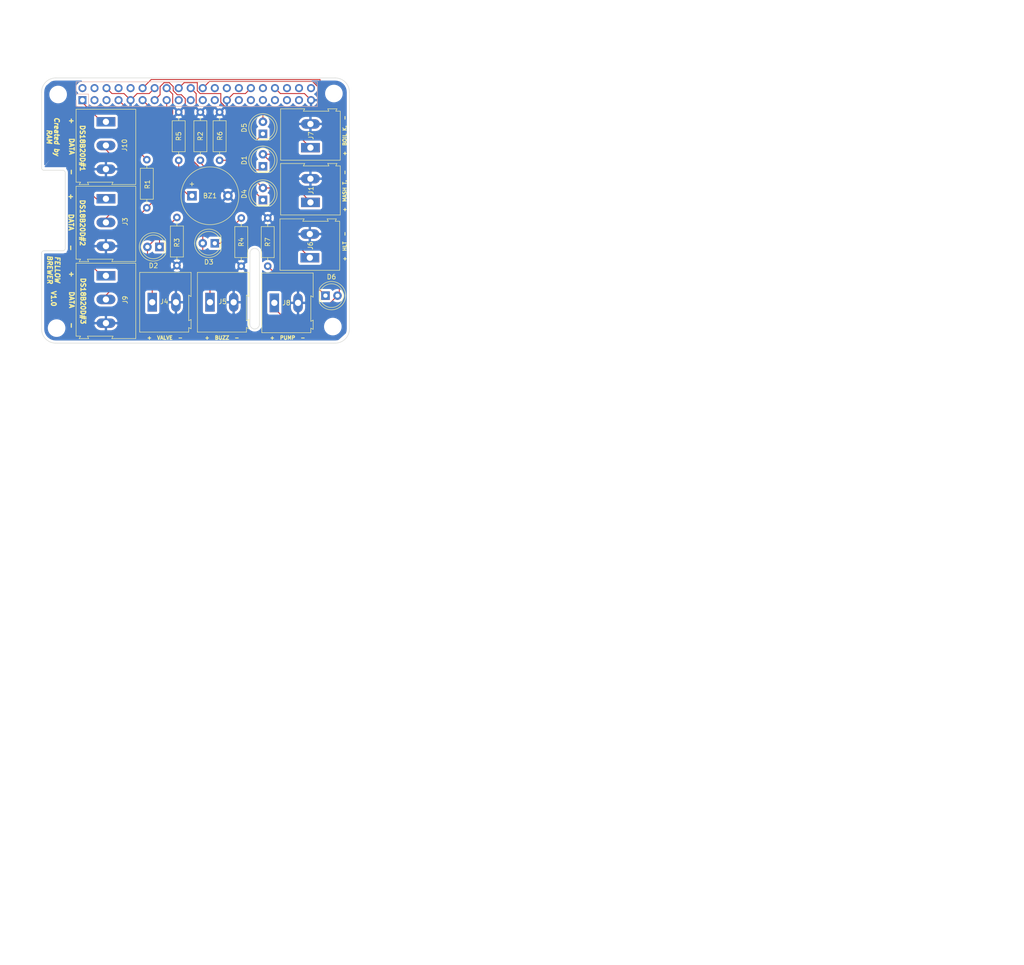
<source format=kicad_pcb>
(kicad_pcb (version 20171130) (host pcbnew "(5.1.7)-1")
  (title_block (date "15 nov 2012"))
  (layers (0 F.Cu signal) (31 B.Cu signal hide) (34 B.Paste user hide) (35 F.Paste user hide) (36 B.SilkS user) (37 F.SilkS user) (38 B.Mask user hide) (39 F.Mask user hide) (44 Edge.Cuts user))
  (net 0 "")
  (net 1 GND)
  (net 2 "Net-(BZ1-Pad1)")
  (net 3 "Net-(D1-Pad1)")
  (net 4 "Net-(D1-Pad2)")
  (net 5 "Net-(D2-Pad2)")
  (net 6 "Net-(D2-Pad1)")
  (net 7 "Net-(D3-Pad1)")
  (net 8 "Net-(D3-Pad2)")
  (net 9 "Net-(D4-Pad2)")
  (net 10 "Net-(D4-Pad1)")
  (net 11 "Net-(D5-Pad2)")
  (net 12 "Net-(D5-Pad1)")
  (net 13 "Net-(D6-Pad1)")
  (net 14 "Net-(D6-Pad2)")
  (net 15 "Net-(J2-Pad2)")
  (net 16 "Net-(J2-Pad3)")
  (net 17 "Net-(J2-Pad5)")
  (net 18 "Net-(J2-Pad8)")
  (net 19 "Net-(J2-Pad10)")
  (net 20 "Net-(J2-Pad19)")
  (net 21 "Net-(J2-Pad21)")
  (net 22 "Net-(J2-Pad23)")
  (net 23 "Net-(J2-Pad24)")
  (net 24 "Net-(J10-Pad2)")
  (net 25 "Net-(J2-Pad27)")
  (net 26 "Net-(J2-Pad28)")
  (net 27 "Net-(J2-Pad29)")
  (net 28 "Net-(J2-Pad31)")
  (net 29 "Net-(J2-Pad35)")
  (net 30 "Net-(J2-Pad36)")
  (net 31 "Net-(J2-Pad37)")
  (net 32 "Net-(J2-Pad38)")
  (net 33 "Net-(J2-Pad40)")
  (net 34 +5V)
  (net 35 +3V3)
  (net 36 "Net-(J2-Pad26)")
  (net 37 "Net-(J2-Pad17)")
  (net 38 "Net-(J2-Pad32)")
  (net 39 "Net-(J2-Pad33)")
  (module Resistor_THT:R_Axial_DIN0207_L6.3mm_D2.5mm_P10.16mm_Horizontal (layer F.Cu) (at 228.575 133.617 90)
    (fp_text reference R3 (at 4.826 0 90) (layer F.SilkS))
    (fp_text value 100)
    (fp_line (start 1.81 -1.37) (end 1.81 1.37) (layer F.SilkS) (width 0.12))
    (fp_line (start 1.81 1.37) (end 8.35 1.37) (layer F.SilkS) (width 0.12))
    (fp_line (start 8.35 1.37) (end 8.35 -1.37) (layer F.SilkS) (width 0.12))
    (fp_line (start 8.35 -1.37) (end 1.81 -1.37) (layer F.SilkS) (width 0.12))
    (fp_line (start 1.04 0) (end 1.81 0) (layer F.SilkS) (width 0.12))
    (fp_line (start 9.12 0) (end 8.35 0) (layer F.SilkS) (width 0.12))
    (pad 2 thru_hole oval (at 10.16 0 90) (size 1.6 1.6) (drill 0.8) (layers *.Cu *.Mask) (net 6 "Net-(D2-Pad1)"))
    (pad 1 thru_hole circle (at 0 0 90) (size 1.6 1.6) (drill 0.8) (layers *.Cu *.Mask) (net 1 GND))
  )
  (module TerminalBlock:TerminalBlock_Altech_AK300-2_P5.00mm (layer F.Cu) (at 223.368 141.364)
    (fp_text reference J4 (at 2.54 -0.127) (layer F.SilkS))
    (fp_text value "Terminal Relay chill valve")
    (fp_line (start 8.2 -6.3) (end -2.65 -6.3) (layer F.SilkS) (width 0.12))
    (fp_line (start 8.2 -1.2) (end 8.2 -6.3) (layer F.SilkS) (width 0.12))
    (fp_line (start 7.7 -1.5) (end 8.2 -1.2) (layer F.SilkS) (width 0.12))
    (fp_line (start 7.7 3.9) (end 7.7 -1.5) (layer F.SilkS) (width 0.12))
    (fp_line (start 8.2 3.65) (end 7.7 3.9) (layer F.SilkS) (width 0.12))
    (fp_line (start 8.2 3.7) (end 8.2 3.65) (layer F.SilkS) (width 0.12))
    (fp_line (start 8.2 5.6) (end 8.2 3.7) (layer F.SilkS) (width 0.12))
    (fp_line (start 7.7 5.35) (end 8.2 5.6) (layer F.SilkS) (width 0.12))
    (fp_line (start 7.7 6.3) (end 7.7 5.35) (layer F.SilkS) (width 0.12))
    (fp_line (start -2.65 6.3) (end 7.7 6.3) (layer F.SilkS) (width 0.12))
    (fp_line (start -2.65 -6.3) (end -2.65 6.3) (layer F.SilkS) (width 0.12))
    (pad 1 thru_hole rect (at 0 0) (size 1.98 3.96) (drill 1.32) (layers *.Cu *.Mask) (net 5 "Net-(D2-Pad2)"))
    (pad 2 thru_hole oval (at 5 0) (size 1.98 3.96) (drill 1.32) (layers *.Cu *.Mask) (net 1 GND))
  )
  (module Buzzer_Beeper:Buzzer_12x9.5RM7.6 (layer F.Cu) (at 231.75 118.885)
    (fp_text reference BZ1 (at 3.81 0) (layer F.SilkS))
    (fp_text value Buzzer)
    (fp_circle (center 3.8 0) (end 9.9 0) (layer F.SilkS) (width 0.12))
    (fp_text user + (at -0.01 -2.54) (layer F.SilkS))
    (pad 1 thru_hole rect (at 0 0) (size 2 2) (drill 1) (layers *.Cu *.Mask) (net 2 "Net-(BZ1-Pad1)"))
    (pad 2 thru_hole circle (at 7.6 0) (size 2 2) (drill 1) (layers *.Cu *.Mask) (net 1 GND))
  )
  (module TerminalBlock:TerminalBlock_Altech_AK300-3_P5.00mm (layer F.Cu) (at 213.589 135.776 270)
    (fp_text reference J9 (at 5.08 -4.064 90) (layer F.SilkS))
    (fp_text value "Morsettiera DS18B20 #2")
    (fp_line (start -2.65 -6.3) (end -2.65 6.3) (layer F.SilkS) (width 0.12))
    (fp_line (start -2.65 6.3) (end 12.75 6.3) (layer F.SilkS) (width 0.12))
    (fp_line (start 12.75 6.3) (end 12.75 5.35) (layer F.SilkS) (width 0.12))
    (fp_line (start 12.75 5.35) (end 13.25 5.65) (layer F.SilkS) (width 0.12))
    (fp_line (start 13.25 5.65) (end 13.25 3.65) (layer F.SilkS) (width 0.12))
    (fp_line (start 13.25 3.65) (end 12.75 3.9) (layer F.SilkS) (width 0.12))
    (fp_line (start 12.75 3.9) (end 12.75 -1.5) (layer F.SilkS) (width 0.12))
    (fp_line (start 12.75 -1.5) (end 13.25 -1.25) (layer F.SilkS) (width 0.12))
    (fp_line (start 13.25 -1.25) (end 13.25 -6.3) (layer F.SilkS) (width 0.12))
    (fp_line (start 13.25 -6.3) (end -2.65 -6.3) (layer F.SilkS) (width 0.12))
    (pad 3 thru_hole oval (at 10 0 270) (size 1.98 3.96) (drill 1.32) (layers *.Cu *.Mask) (net 1 GND))
    (pad 2 thru_hole oval (at 5 0 270) (size 1.98 3.96) (drill 1.32) (layers *.Cu *.Mask) (net 24 "Net-(J10-Pad2)"))
    (pad 1 thru_hole rect (at 0 0 270) (size 1.98 3.96) (drill 1.32) (layers *.Cu *.Mask) (net 35 +3V3))
  )
  (module MountingHole:MountingHole_2.7mm_M2.5 (layer F.Cu) (at 261.5 146.5 270)
    (fp_text reference MK4 hide)
    (fp_text value M2.5)
    (pad 1 np_thru_hole circle (at 0 0 270) (size 2.7 2.7) (drill 2.7) (layers *.Cu *.Mask))
  )
  (module MountingHole:MountingHole_2.7mm_M2.5 (layer F.Cu) (at 203.175 146.825)
    (fp_text reference MK3 hide)
    (fp_text value M2.5)
    (pad 1 np_thru_hole circle (at 0 0) (size 2.7 2.7) (drill 2.7) (layers *.Cu *.Mask))
  )
  (module MountingHole:MountingHole_2.7mm_M2.5 (layer F.Cu) (at 261.722 97.295 270)
    (fp_text reference MK2 hide)
    (fp_text value M2.5)
    (pad 1 np_thru_hole circle (at 0 0 270) (size 2.7 2.7) (drill 2.7) (layers *.Cu *.Mask))
  )
  (module MountingHole:MountingHole_2.7mm_M2.5 (layer F.Cu) (at 203.5 97.5 180)
    (fp_text reference MK1 hide)
    (fp_text value M2.5)
    (pad 1 np_thru_hole circle (at 0 0 180) (size 2.7 2.7) (drill 2.7) (layers *.Cu *.Mask))
  )
  (module LED_THT:LED_D5.0mm (layer F.Cu) (at 246.736 112.662 90)
    (fp_text reference D1 (at 1.27 -3.96 90) (layer F.SilkS))
    (fp_text value LED)
    (fp_line (start -1.29 -1.545) (end -1.29 1.545) (layer F.SilkS) (width 0.12))
    (fp_circle (center 1.27 0) (end 3.77 0) (layer F.SilkS) (width 0.12))
    (fp_arc (start 1.27 0) (end -1.29 -1.54483) (angle 148.9) (layer F.SilkS) (width 0.12))
    (fp_arc (start 1.27 0) (end -1.29 1.54483) (angle -148.9) (layer F.SilkS) (width 0.12))
    (pad 1 thru_hole rect (at 0 0 90) (size 1.8 1.8) (drill 0.9) (layers *.Cu *.Mask) (net 3 "Net-(D1-Pad1)"))
    (pad 2 thru_hole circle (at 2.54 0 90) (size 1.8 1.8) (drill 0.9) (layers *.Cu *.Mask) (net 4 "Net-(D1-Pad2)"))
  )
  (module LED_THT:LED_D5.0mm (layer F.Cu) (at 224.892 129.68 180)
    (fp_text reference D2 (at 1.27 -3.96) (layer F.SilkS))
    (fp_text value LED)
    (fp_circle (center 1.27 0) (end 3.77 0) (layer F.SilkS) (width 0.12))
    (fp_line (start -1.29 -1.545) (end -1.29 1.545) (layer F.SilkS) (width 0.12))
    (fp_arc (start 1.27 0) (end -1.29 1.54483) (angle -148.9) (layer F.SilkS) (width 0.12))
    (fp_arc (start 1.27 0) (end -1.29 -1.54483) (angle 148.9) (layer F.SilkS) (width 0.12))
    (pad 2 thru_hole circle (at 2.54 0 180) (size 1.8 1.8) (drill 0.9) (layers *.Cu *.Mask) (net 5 "Net-(D2-Pad2)"))
    (pad 1 thru_hole rect (at 0 0 180) (size 1.8 1.8) (drill 0.9) (layers *.Cu *.Mask) (net 6 "Net-(D2-Pad1)"))
  )
  (module LED_THT:LED_D5.0mm (layer F.Cu) (at 236.576 128.918 180)
    (fp_text reference D3 (at 1.27 -3.96) (layer F.SilkS))
    (fp_text value LED)
    (fp_line (start -1.29 -1.545) (end -1.29 1.545) (layer F.SilkS) (width 0.12))
    (fp_circle (center 1.27 0) (end 3.77 0) (layer F.SilkS) (width 0.12))
    (fp_arc (start 1.27 0) (end -1.29 -1.54483) (angle 148.9) (layer F.SilkS) (width 0.12))
    (fp_arc (start 1.27 0) (end -1.29 1.54483) (angle -148.9) (layer F.SilkS) (width 0.12))
    (pad 1 thru_hole rect (at 0 0 180) (size 1.8 1.8) (drill 0.9) (layers *.Cu *.Mask) (net 7 "Net-(D3-Pad1)"))
    (pad 2 thru_hole circle (at 2.54 0 180) (size 1.8 1.8) (drill 0.9) (layers *.Cu *.Mask) (net 8 "Net-(D3-Pad2)"))
  )
  (module LED_THT:LED_D5.0mm (layer F.Cu) (at 246.736 119.774 90)
    (fp_text reference D4 (at 1.27 -3.96 90) (layer F.SilkS))
    (fp_text value LED)
    (fp_circle (center 1.27 0) (end 3.77 0) (layer F.SilkS) (width 0.12))
    (fp_line (start -1.29 -1.545) (end -1.29 1.545) (layer F.SilkS) (width 0.12))
    (fp_arc (start 1.27 0) (end -1.29 1.54483) (angle -148.9) (layer F.SilkS) (width 0.12))
    (fp_arc (start 1.27 0) (end -1.29 -1.54483) (angle 148.9) (layer F.SilkS) (width 0.12))
    (pad 2 thru_hole circle (at 2.54 0 90) (size 1.8 1.8) (drill 0.9) (layers *.Cu *.Mask) (net 9 "Net-(D4-Pad2)"))
    (pad 1 thru_hole rect (at 0 0 90) (size 1.8 1.8) (drill 0.9) (layers *.Cu *.Mask) (net 10 "Net-(D4-Pad1)"))
  )
  (module LED_THT:LED_D5.0mm (layer F.Cu) (at 246.736 105.804 90)
    (fp_text reference D5 (at 1.27 -3.96 90) (layer F.SilkS))
    (fp_text value LED)
    (fp_circle (center 1.27 0) (end 3.77 0) (layer F.SilkS) (width 0.12))
    (fp_line (start -1.29 -1.545) (end -1.29 1.545) (layer F.SilkS) (width 0.12))
    (fp_arc (start 1.27 0) (end -1.29 1.54483) (angle -148.9) (layer F.SilkS) (width 0.12))
    (fp_arc (start 1.27 0) (end -1.29 -1.54483) (angle 148.9) (layer F.SilkS) (width 0.12))
    (pad 2 thru_hole circle (at 2.54 0 90) (size 1.8 1.8) (drill 0.9) (layers *.Cu *.Mask) (net 11 "Net-(D5-Pad2)"))
    (pad 1 thru_hole rect (at 0 0 90) (size 1.8 1.8) (drill 0.9) (layers *.Cu *.Mask) (net 12 "Net-(D5-Pad1)"))
  )
  (module LED_THT:LED_D5.0mm (layer F.Cu) (at 259.944 139.967)
    (fp_text reference D6 (at 1.27 -3.96) (layer F.SilkS))
    (fp_text value LED)
    (fp_line (start -1.29 -1.545) (end -1.29 1.545) (layer F.SilkS) (width 0.12))
    (fp_circle (center 1.27 0) (end 3.77 0) (layer F.SilkS) (width 0.12))
    (fp_arc (start 1.27 0) (end -1.29 -1.54483) (angle 148.9) (layer F.SilkS) (width 0.12))
    (fp_arc (start 1.27 0) (end -1.29 1.54483) (angle -148.9) (layer F.SilkS) (width 0.12))
    (pad 1 thru_hole rect (at 0 0) (size 1.8 1.8) (drill 0.9) (layers *.Cu *.Mask) (net 13 "Net-(D6-Pad1)"))
    (pad 2 thru_hole circle (at 2.54 0) (size 1.8 1.8) (drill 0.9) (layers *.Cu *.Mask) (net 14 "Net-(D6-Pad2)"))
  )
  (module TerminalBlock:TerminalBlock_Altech_AK300-2_P5.00mm (layer F.Cu) (at 256.769 120.282 90)
    (fp_text reference J1 (at 2.54 0.127 90) (layer F.SilkS))
    (fp_text value "Terminal SSR mash")
    (fp_line (start -2.65 -6.3) (end -2.65 6.3) (layer F.SilkS) (width 0.12))
    (fp_line (start -2.65 6.3) (end 7.7 6.3) (layer F.SilkS) (width 0.12))
    (fp_line (start 7.7 6.3) (end 7.7 5.35) (layer F.SilkS) (width 0.12))
    (fp_line (start 7.7 5.35) (end 8.2 5.6) (layer F.SilkS) (width 0.12))
    (fp_line (start 8.2 5.6) (end 8.2 3.7) (layer F.SilkS) (width 0.12))
    (fp_line (start 8.2 3.7) (end 8.2 3.65) (layer F.SilkS) (width 0.12))
    (fp_line (start 8.2 3.65) (end 7.7 3.9) (layer F.SilkS) (width 0.12))
    (fp_line (start 7.7 3.9) (end 7.7 -1.5) (layer F.SilkS) (width 0.12))
    (fp_line (start 7.7 -1.5) (end 8.2 -1.2) (layer F.SilkS) (width 0.12))
    (fp_line (start 8.2 -1.2) (end 8.2 -6.3) (layer F.SilkS) (width 0.12))
    (fp_line (start 8.2 -6.3) (end -2.65 -6.3) (layer F.SilkS) (width 0.12))
    (pad 2 thru_hole oval (at 5 0 90) (size 1.98 3.96) (drill 1.32) (layers *.Cu *.Mask) (net 1 GND))
    (pad 1 thru_hole rect (at 0 0 90) (size 1.98 3.96) (drill 1.32) (layers *.Cu *.Mask) (net 4 "Net-(D1-Pad2)"))
  )
  (module Connector_PinSocket_2.54mm:PinSocket_2x20_P2.54mm_Vertical (layer B.Cu) (at 208.636 98.692 270)
    (fp_text reference J2 hide)
    (fp_text value "Raspberry Pi 4")
    (fp_line (start 0 1.33) (end 1.33 1.33) (layer B.SilkS) (width 0.12))
    (fp_line (start 1.33 1.33) (end 1.33 0) (layer B.SilkS) (width 0.12))
    (fp_line (start -1.27 1.33) (end -1.27 -1.27) (layer B.SilkS) (width 0.12))
    (fp_line (start -1.27 -1.27) (end 1.33 -1.27) (layer B.SilkS) (width 0.12))
    (fp_line (start 1.33 -1.27) (end 1.33 -49.59) (layer B.SilkS) (width 0.12))
    (fp_line (start -3.87 -49.59) (end 1.33 -49.59) (layer B.SilkS) (width 0.12))
    (fp_line (start -3.87 1.33) (end -3.87 -49.59) (layer B.SilkS) (width 0.12))
    (fp_line (start -3.87 1.33) (end -1.27 1.33) (layer B.SilkS) (width 0.12))
    (pad 1 thru_hole rect (at 0 0 270) (size 1.7 1.7) (drill 1) (layers *.Cu *.Mask) (net 35 +3V3))
    (pad 2 thru_hole oval (at -2.54 0 270) (size 1.7 1.7) (drill 1) (layers *.Cu *.Mask) (net 15 "Net-(J2-Pad2)"))
    (pad 3 thru_hole oval (at 0 -2.54 270) (size 1.7 1.7) (drill 1) (layers *.Cu *.Mask) (net 16 "Net-(J2-Pad3)"))
    (pad 4 thru_hole oval (at -2.54 -2.54 270) (size 1.7 1.7) (drill 1) (layers *.Cu *.Mask) (net 34 +5V))
    (pad 5 thru_hole oval (at 0 -5.08 270) (size 1.7 1.7) (drill 1) (layers *.Cu *.Mask) (net 17 "Net-(J2-Pad5)"))
    (pad 6 thru_hole oval (at -2.54 -5.08 270) (size 1.7 1.7) (drill 1) (layers *.Cu *.Mask) (net 1 GND))
    (pad 7 thru_hole oval (at 0 -7.62 270) (size 1.7 1.7) (drill 1) (layers *.Cu *.Mask) (net 24 "Net-(J10-Pad2)"))
    (pad 8 thru_hole oval (at -2.54 -7.62 270) (size 1.7 1.7) (drill 1) (layers *.Cu *.Mask) (net 18 "Net-(J2-Pad8)"))
    (pad 9 thru_hole oval (at 0 -10.16 270) (size 1.7 1.7) (drill 1) (layers *.Cu *.Mask) (net 1 GND))
    (pad 10 thru_hole oval (at -2.54 -10.16 270) (size 1.7 1.7) (drill 1) (layers *.Cu *.Mask) (net 19 "Net-(J2-Pad10)"))
    (pad 11 thru_hole oval (at 0 -12.7 270) (size 1.7 1.7) (drill 1) (layers *.Cu *.Mask) (net 5 "Net-(D2-Pad2)"))
    (pad 12 thru_hole oval (at -2.54 -12.7 270) (size 1.7 1.7) (drill 1) (layers *.Cu *.Mask) (net 14 "Net-(D6-Pad2)"))
    (pad 13 thru_hole oval (at 0 -15.24 270) (size 1.7 1.7) (drill 1) (layers *.Cu *.Mask) (net 9 "Net-(D4-Pad2)"))
    (pad 14 thru_hole oval (at -2.54 -15.24 270) (size 1.7 1.7) (drill 1) (layers *.Cu *.Mask) (net 1 GND))
    (pad 15 thru_hole oval (at 0 -17.78 270) (size 1.7 1.7) (drill 1) (layers *.Cu *.Mask) (net 2 "Net-(BZ1-Pad1)"))
    (pad 16 thru_hole oval (at -2.54 -17.78 270) (size 1.7 1.7) (drill 1) (layers *.Cu *.Mask) (net 8 "Net-(D3-Pad2)"))
    (pad 17 thru_hole oval (at 0 -20.32 270) (size 1.7 1.7) (drill 1) (layers *.Cu *.Mask) (net 37 "Net-(J2-Pad17)"))
    (pad 18 thru_hole oval (at -2.54 -20.32 270) (size 1.7 1.7) (drill 1) (layers *.Cu *.Mask) (net 11 "Net-(D5-Pad2)"))
    (pad 19 thru_hole oval (at 0 -22.86 270) (size 1.7 1.7) (drill 1) (layers *.Cu *.Mask) (net 20 "Net-(J2-Pad19)"))
    (pad 20 thru_hole oval (at -2.54 -22.86 270) (size 1.7 1.7) (drill 1) (layers *.Cu *.Mask) (net 1 GND))
    (pad 21 thru_hole oval (at 0 -25.4 270) (size 1.7 1.7) (drill 1) (layers *.Cu *.Mask) (net 21 "Net-(J2-Pad21)"))
    (pad 22 thru_hole oval (at -2.54 -25.4 270) (size 1.7 1.7) (drill 1) (layers *.Cu *.Mask) (net 4 "Net-(D1-Pad2)"))
    (pad 23 thru_hole oval (at 0 -27.94 270) (size 1.7 1.7) (drill 1) (layers *.Cu *.Mask) (net 22 "Net-(J2-Pad23)"))
    (pad 24 thru_hole oval (at -2.54 -27.94 270) (size 1.7 1.7) (drill 1) (layers *.Cu *.Mask) (net 23 "Net-(J2-Pad24)"))
    (pad 25 thru_hole oval (at 0 -30.48 270) (size 1.7 1.7) (drill 1) (layers *.Cu *.Mask) (net 1 GND))
    (pad 26 thru_hole oval (at -2.54 -30.48 270) (size 1.7 1.7) (drill 1) (layers *.Cu *.Mask) (net 36 "Net-(J2-Pad26)"))
    (pad 27 thru_hole oval (at 0 -33.02 270) (size 1.7 1.7) (drill 1) (layers *.Cu *.Mask) (net 25 "Net-(J2-Pad27)"))
    (pad 28 thru_hole oval (at -2.54 -33.02 270) (size 1.7 1.7) (drill 1) (layers *.Cu *.Mask) (net 26 "Net-(J2-Pad28)"))
    (pad 29 thru_hole oval (at 0 -35.56 270) (size 1.7 1.7) (drill 1) (layers *.Cu *.Mask) (net 27 "Net-(J2-Pad29)"))
    (pad 30 thru_hole oval (at -2.54 -35.56 270) (size 1.7 1.7) (drill 1) (layers *.Cu *.Mask) (net 1 GND))
    (pad 31 thru_hole oval (at 0 -38.1 270) (size 1.7 1.7) (drill 1) (layers *.Cu *.Mask) (net 28 "Net-(J2-Pad31)"))
    (pad 32 thru_hole oval (at -2.54 -38.1 270) (size 1.7 1.7) (drill 1) (layers *.Cu *.Mask) (net 38 "Net-(J2-Pad32)"))
    (pad 33 thru_hole oval (at 0 -40.64 270) (size 1.7 1.7) (drill 1) (layers *.Cu *.Mask) (net 39 "Net-(J2-Pad33)"))
    (pad 34 thru_hole oval (at -2.54 -40.64 270) (size 1.7 1.7) (drill 1) (layers *.Cu *.Mask) (net 1 GND))
    (pad 35 thru_hole oval (at 0 -43.18 270) (size 1.7 1.7) (drill 1) (layers *.Cu *.Mask) (net 29 "Net-(J2-Pad35)"))
    (pad 36 thru_hole oval (at -2.54 -43.18 270) (size 1.7 1.7) (drill 1) (layers *.Cu *.Mask) (net 30 "Net-(J2-Pad36)"))
    (pad 37 thru_hole oval (at 0 -45.72 270) (size 1.7 1.7) (drill 1) (layers *.Cu *.Mask) (net 31 "Net-(J2-Pad37)"))
    (pad 38 thru_hole oval (at -2.54 -45.72 270) (size 1.7 1.7) (drill 1) (layers *.Cu *.Mask) (net 32 "Net-(J2-Pad38)"))
    (pad 39 thru_hole oval (at 0 -48.26 270) (size 1.7 1.7) (drill 1) (layers *.Cu *.Mask) (net 1 GND))
    (pad 40 thru_hole oval (at -2.54 -48.26 270) (size 1.7 1.7) (drill 1) (layers *.Cu *.Mask) (net 33 "Net-(J2-Pad40)"))
  )
  (module TerminalBlock:TerminalBlock_Altech_AK300-3_P5.00mm (layer F.Cu) (at 213.589 119.52 270)
    (fp_text reference J3 (at 4.826 -4.064 90) (layer F.SilkS))
    (fp_text value "Morsettiera DS18B20 #1")
    (fp_line (start 13.25 -6.3) (end -2.65 -6.3) (layer F.SilkS) (width 0.12))
    (fp_line (start 13.25 -1.25) (end 13.25 -6.3) (layer F.SilkS) (width 0.12))
    (fp_line (start 12.75 -1.5) (end 13.25 -1.25) (layer F.SilkS) (width 0.12))
    (fp_line (start 12.75 3.9) (end 12.75 -1.5) (layer F.SilkS) (width 0.12))
    (fp_line (start 13.25 3.65) (end 12.75 3.9) (layer F.SilkS) (width 0.12))
    (fp_line (start 13.25 5.65) (end 13.25 3.65) (layer F.SilkS) (width 0.12))
    (fp_line (start 12.75 5.35) (end 13.25 5.65) (layer F.SilkS) (width 0.12))
    (fp_line (start 12.75 6.3) (end 12.75 5.35) (layer F.SilkS) (width 0.12))
    (fp_line (start -2.65 6.3) (end 12.75 6.3) (layer F.SilkS) (width 0.12))
    (fp_line (start -2.65 -6.3) (end -2.65 6.3) (layer F.SilkS) (width 0.12))
    (pad 1 thru_hole rect (at 0 0 270) (size 1.98 3.96) (drill 1.32) (layers *.Cu *.Mask) (net 35 +3V3))
    (pad 2 thru_hole oval (at 5 0 270) (size 1.98 3.96) (drill 1.32) (layers *.Cu *.Mask) (net 24 "Net-(J10-Pad2)"))
    (pad 3 thru_hole oval (at 10 0 270) (size 1.98 3.96) (drill 1.32) (layers *.Cu *.Mask) (net 1 GND))
  )
  (module TerminalBlock:TerminalBlock_Altech_AK300-2_P5.00mm (layer F.Cu) (at 235.56 141.364)
    (fp_text reference J5 (at 2.667 -0.127) (layer F.SilkS))
    (fp_text value "Terminal Buzzer Alarm")
    (fp_line (start 8.2 -6.3) (end -2.65 -6.3) (layer F.SilkS) (width 0.12))
    (fp_line (start 8.2 -1.2) (end 8.2 -6.3) (layer F.SilkS) (width 0.12))
    (fp_line (start 7.7 -1.5) (end 8.2 -1.2) (layer F.SilkS) (width 0.12))
    (fp_line (start 7.7 3.9) (end 7.7 -1.5) (layer F.SilkS) (width 0.12))
    (fp_line (start 8.2 3.65) (end 7.7 3.9) (layer F.SilkS) (width 0.12))
    (fp_line (start 8.2 3.7) (end 8.2 3.65) (layer F.SilkS) (width 0.12))
    (fp_line (start 8.2 5.6) (end 8.2 3.7) (layer F.SilkS) (width 0.12))
    (fp_line (start 7.7 5.35) (end 8.2 5.6) (layer F.SilkS) (width 0.12))
    (fp_line (start 7.7 6.3) (end 7.7 5.35) (layer F.SilkS) (width 0.12))
    (fp_line (start -2.65 6.3) (end 7.7 6.3) (layer F.SilkS) (width 0.12))
    (fp_line (start -2.65 -6.3) (end -2.65 6.3) (layer F.SilkS) (width 0.12))
    (pad 1 thru_hole rect (at 0 0) (size 1.98 3.96) (drill 1.32) (layers *.Cu *.Mask) (net 8 "Net-(D3-Pad2)"))
    (pad 2 thru_hole oval (at 5 0) (size 1.98 3.96) (drill 1.32) (layers *.Cu *.Mask) (net 1 GND))
  )
  (module TerminalBlock:TerminalBlock_Altech_AK300-2_P5.00mm (layer F.Cu) (at 256.642 131.966 90)
    (fp_text reference J6 (at 2.54 0.127 90) (layer F.SilkS))
    (fp_text value "Terminal SSR sparge")
    (fp_line (start -2.65 -6.3) (end -2.65 6.3) (layer F.SilkS) (width 0.12))
    (fp_line (start -2.65 6.3) (end 7.7 6.3) (layer F.SilkS) (width 0.12))
    (fp_line (start 7.7 6.3) (end 7.7 5.35) (layer F.SilkS) (width 0.12))
    (fp_line (start 7.7 5.35) (end 8.2 5.6) (layer F.SilkS) (width 0.12))
    (fp_line (start 8.2 5.6) (end 8.2 3.7) (layer F.SilkS) (width 0.12))
    (fp_line (start 8.2 3.7) (end 8.2 3.65) (layer F.SilkS) (width 0.12))
    (fp_line (start 8.2 3.65) (end 7.7 3.9) (layer F.SilkS) (width 0.12))
    (fp_line (start 7.7 3.9) (end 7.7 -1.5) (layer F.SilkS) (width 0.12))
    (fp_line (start 7.7 -1.5) (end 8.2 -1.2) (layer F.SilkS) (width 0.12))
    (fp_line (start 8.2 -1.2) (end 8.2 -6.3) (layer F.SilkS) (width 0.12))
    (fp_line (start 8.2 -6.3) (end -2.65 -6.3) (layer F.SilkS) (width 0.12))
    (pad 2 thru_hole oval (at 5 0 90) (size 1.98 3.96) (drill 1.32) (layers *.Cu *.Mask) (net 1 GND))
    (pad 1 thru_hole rect (at 0 0 90) (size 1.98 3.96) (drill 1.32) (layers *.Cu *.Mask) (net 9 "Net-(D4-Pad2)"))
  )
  (module TerminalBlock:TerminalBlock_Altech_AK300-2_P5.00mm (layer F.Cu) (at 256.769 108.725 90)
    (fp_text reference J7 (at 2.54 0.127 90) (layer F.SilkS))
    (fp_text value "Terminal SSR boil")
    (fp_line (start 8.2 -6.3) (end -2.65 -6.3) (layer F.SilkS) (width 0.12))
    (fp_line (start 8.2 -1.2) (end 8.2 -6.3) (layer F.SilkS) (width 0.12))
    (fp_line (start 7.7 -1.5) (end 8.2 -1.2) (layer F.SilkS) (width 0.12))
    (fp_line (start 7.7 3.9) (end 7.7 -1.5) (layer F.SilkS) (width 0.12))
    (fp_line (start 8.2 3.65) (end 7.7 3.9) (layer F.SilkS) (width 0.12))
    (fp_line (start 8.2 3.7) (end 8.2 3.65) (layer F.SilkS) (width 0.12))
    (fp_line (start 8.2 5.6) (end 8.2 3.7) (layer F.SilkS) (width 0.12))
    (fp_line (start 7.7 5.35) (end 8.2 5.6) (layer F.SilkS) (width 0.12))
    (fp_line (start 7.7 6.3) (end 7.7 5.35) (layer F.SilkS) (width 0.12))
    (fp_line (start -2.65 6.3) (end 7.7 6.3) (layer F.SilkS) (width 0.12))
    (fp_line (start -2.65 -6.3) (end -2.65 6.3) (layer F.SilkS) (width 0.12))
    (pad 1 thru_hole rect (at 0 0 90) (size 1.98 3.96) (drill 1.32) (layers *.Cu *.Mask) (net 11 "Net-(D5-Pad2)"))
    (pad 2 thru_hole oval (at 5 0 90) (size 1.98 3.96) (drill 1.32) (layers *.Cu *.Mask) (net 1 GND))
  )
  (module TerminalBlock:TerminalBlock_Altech_AK300-2_P5.00mm (layer F.Cu) (at 249.149 141.491)
    (fp_text reference J8 (at 2.54 0) (layer F.SilkS))
    (fp_text value "Terminal SSR pump")
    (fp_line (start -2.65 -6.3) (end -2.65 6.3) (layer F.SilkS) (width 0.12))
    (fp_line (start -2.65 6.3) (end 7.7 6.3) (layer F.SilkS) (width 0.12))
    (fp_line (start 7.7 6.3) (end 7.7 5.35) (layer F.SilkS) (width 0.12))
    (fp_line (start 7.7 5.35) (end 8.2 5.6) (layer F.SilkS) (width 0.12))
    (fp_line (start 8.2 5.6) (end 8.2 3.7) (layer F.SilkS) (width 0.12))
    (fp_line (start 8.2 3.7) (end 8.2 3.65) (layer F.SilkS) (width 0.12))
    (fp_line (start 8.2 3.65) (end 7.7 3.9) (layer F.SilkS) (width 0.12))
    (fp_line (start 7.7 3.9) (end 7.7 -1.5) (layer F.SilkS) (width 0.12))
    (fp_line (start 7.7 -1.5) (end 8.2 -1.2) (layer F.SilkS) (width 0.12))
    (fp_line (start 8.2 -1.2) (end 8.2 -6.3) (layer F.SilkS) (width 0.12))
    (fp_line (start 8.2 -6.3) (end -2.65 -6.3) (layer F.SilkS) (width 0.12))
    (pad 2 thru_hole oval (at 5 0) (size 1.98 3.96) (drill 1.32) (layers *.Cu *.Mask) (net 1 GND))
    (pad 1 thru_hole rect (at 0 0) (size 1.98 3.96) (drill 1.32) (layers *.Cu *.Mask) (net 14 "Net-(D6-Pad2)"))
  )
  (module TerminalBlock:TerminalBlock_Altech_AK300-3_P5.00mm (layer F.Cu) (at 213.589 103.264 270)
    (fp_text reference J10 (at 4.953 -3.937 90) (layer F.SilkS))
    (fp_text value "Morsettiera DS18B20 #3")
    (fp_line (start 13.25 -6.3) (end -2.65 -6.3) (layer F.SilkS) (width 0.12))
    (fp_line (start 13.25 -1.25) (end 13.25 -6.3) (layer F.SilkS) (width 0.12))
    (fp_line (start 12.75 -1.5) (end 13.25 -1.25) (layer F.SilkS) (width 0.12))
    (fp_line (start 12.75 3.9) (end 12.75 -1.5) (layer F.SilkS) (width 0.12))
    (fp_line (start 13.25 3.65) (end 12.75 3.9) (layer F.SilkS) (width 0.12))
    (fp_line (start 13.25 5.65) (end 13.25 3.65) (layer F.SilkS) (width 0.12))
    (fp_line (start 12.75 5.35) (end 13.25 5.65) (layer F.SilkS) (width 0.12))
    (fp_line (start 12.75 6.3) (end 12.75 5.35) (layer F.SilkS) (width 0.12))
    (fp_line (start -2.65 6.3) (end 12.75 6.3) (layer F.SilkS) (width 0.12))
    (fp_line (start -2.65 -6.3) (end -2.65 6.3) (layer F.SilkS) (width 0.12))
    (pad 1 thru_hole rect (at 0 0 270) (size 1.98 3.96) (drill 1.32) (layers *.Cu *.Mask) (net 35 +3V3))
    (pad 2 thru_hole oval (at 5 0 270) (size 1.98 3.96) (drill 1.32) (layers *.Cu *.Mask) (net 24 "Net-(J10-Pad2)"))
    (pad 3 thru_hole oval (at 10 0 270) (size 1.98 3.96) (drill 1.32) (layers *.Cu *.Mask) (net 1 GND))
  )
  (module Resistor_THT:R_Axial_DIN0207_L6.3mm_D2.5mm_P10.16mm_Horizontal (layer F.Cu) (at 222.225 111.265 270)
    (fp_text reference R1 (at 5.207 -0.127 90) (layer F.SilkS))
    (fp_text value 4k7)
    (fp_line (start 9.12 0) (end 8.35 0) (layer F.SilkS) (width 0.12))
    (fp_line (start 1.04 0) (end 1.81 0) (layer F.SilkS) (width 0.12))
    (fp_line (start 8.35 -1.37) (end 1.81 -1.37) (layer F.SilkS) (width 0.12))
    (fp_line (start 8.35 1.37) (end 8.35 -1.37) (layer F.SilkS) (width 0.12))
    (fp_line (start 1.81 1.37) (end 8.35 1.37) (layer F.SilkS) (width 0.12))
    (fp_line (start 1.81 -1.37) (end 1.81 1.37) (layer F.SilkS) (width 0.12))
    (pad 1 thru_hole circle (at 0 0 270) (size 1.6 1.6) (drill 0.8) (layers *.Cu *.Mask) (net 35 +3V3))
    (pad 2 thru_hole oval (at 10.16 0 270) (size 1.6 1.6) (drill 0.8) (layers *.Cu *.Mask) (net 24 "Net-(J10-Pad2)"))
  )
  (module Resistor_THT:R_Axial_DIN0207_L6.3mm_D2.5mm_P10.16mm_Horizontal (layer F.Cu) (at 233.528 101.232 270)
    (fp_text reference R2 (at 5.08 0 90) (layer F.SilkS))
    (fp_text value 100)
    (fp_line (start 9.12 0) (end 8.35 0) (layer F.SilkS) (width 0.12))
    (fp_line (start 1.04 0) (end 1.81 0) (layer F.SilkS) (width 0.12))
    (fp_line (start 8.35 -1.37) (end 1.81 -1.37) (layer F.SilkS) (width 0.12))
    (fp_line (start 8.35 1.37) (end 8.35 -1.37) (layer F.SilkS) (width 0.12))
    (fp_line (start 1.81 1.37) (end 8.35 1.37) (layer F.SilkS) (width 0.12))
    (fp_line (start 1.81 -1.37) (end 1.81 1.37) (layer F.SilkS) (width 0.12))
    (pad 1 thru_hole circle (at 0 0 270) (size 1.6 1.6) (drill 0.8) (layers *.Cu *.Mask) (net 1 GND))
    (pad 2 thru_hole oval (at 10.16 0 270) (size 1.6 1.6) (drill 0.8) (layers *.Cu *.Mask) (net 3 "Net-(D1-Pad1)"))
  )
  (module Resistor_THT:R_Axial_DIN0207_L6.3mm_D2.5mm_P10.16mm_Horizontal (layer F.Cu) (at 242.164 133.744 90)
    (fp_text reference R4 (at 5.08 0 90) (layer F.SilkS))
    (fp_text value 100)
    (fp_line (start 9.12 0) (end 8.35 0) (layer F.SilkS) (width 0.12))
    (fp_line (start 1.04 0) (end 1.81 0) (layer F.SilkS) (width 0.12))
    (fp_line (start 8.35 -1.37) (end 1.81 -1.37) (layer F.SilkS) (width 0.12))
    (fp_line (start 8.35 1.37) (end 8.35 -1.37) (layer F.SilkS) (width 0.12))
    (fp_line (start 1.81 1.37) (end 8.35 1.37) (layer F.SilkS) (width 0.12))
    (fp_line (start 1.81 -1.37) (end 1.81 1.37) (layer F.SilkS) (width 0.12))
    (pad 1 thru_hole circle (at 0 0 90) (size 1.6 1.6) (drill 0.8) (layers *.Cu *.Mask) (net 1 GND))
    (pad 2 thru_hole oval (at 10.16 0 90) (size 1.6 1.6) (drill 0.8) (layers *.Cu *.Mask) (net 7 "Net-(D3-Pad1)"))
  )
  (module Resistor_THT:R_Axial_DIN0207_L6.3mm_D2.5mm_P10.16mm_Horizontal (layer F.Cu) (at 228.956 101.232 270)
    (fp_text reference R5 (at 5.08 0 90) (layer F.SilkS))
    (fp_text value 100)
    (fp_line (start 1.81 -1.37) (end 1.81 1.37) (layer F.SilkS) (width 0.12))
    (fp_line (start 1.81 1.37) (end 8.35 1.37) (layer F.SilkS) (width 0.12))
    (fp_line (start 8.35 1.37) (end 8.35 -1.37) (layer F.SilkS) (width 0.12))
    (fp_line (start 8.35 -1.37) (end 1.81 -1.37) (layer F.SilkS) (width 0.12))
    (fp_line (start 1.04 0) (end 1.81 0) (layer F.SilkS) (width 0.12))
    (fp_line (start 9.12 0) (end 8.35 0) (layer F.SilkS) (width 0.12))
    (pad 2 thru_hole oval (at 10.16 0 270) (size 1.6 1.6) (drill 0.8) (layers *.Cu *.Mask) (net 10 "Net-(D4-Pad1)"))
    (pad 1 thru_hole circle (at 0 0 270) (size 1.6 1.6) (drill 0.8) (layers *.Cu *.Mask) (net 1 GND))
  )
  (module Resistor_THT:R_Axial_DIN0207_L6.3mm_D2.5mm_P10.16mm_Horizontal (layer F.Cu) (at 237.592 101.232 270)
    (fp_text reference R6 (at 5.0165 -0.0635 90) (layer F.SilkS))
    (fp_text value 100)
    (fp_line (start 1.81 -1.37) (end 1.81 1.37) (layer F.SilkS) (width 0.12))
    (fp_line (start 1.81 1.37) (end 8.35 1.37) (layer F.SilkS) (width 0.12))
    (fp_line (start 8.35 1.37) (end 8.35 -1.37) (layer F.SilkS) (width 0.12))
    (fp_line (start 8.35 -1.37) (end 1.81 -1.37) (layer F.SilkS) (width 0.12))
    (fp_line (start 1.04 0) (end 1.81 0) (layer F.SilkS) (width 0.12))
    (fp_line (start 9.12 0) (end 8.35 0) (layer F.SilkS) (width 0.12))
    (pad 2 thru_hole oval (at 10.16 0 270) (size 1.6 1.6) (drill 0.8) (layers *.Cu *.Mask) (net 12 "Net-(D5-Pad1)"))
    (pad 1 thru_hole circle (at 0 0 270) (size 1.6 1.6) (drill 0.8) (layers *.Cu *.Mask) (net 1 GND))
  )
  (module Resistor_THT:R_Axial_DIN0207_L6.3mm_D2.5mm_P10.16mm_Horizontal (layer F.Cu) (at 247.752 123.584 270)
    (fp_text reference R7 (at 5.08 0 90) (layer F.SilkS))
    (fp_text value 100)
    (fp_line (start 9.12 0) (end 8.35 0) (layer F.SilkS) (width 0.12))
    (fp_line (start 1.04 0) (end 1.81 0) (layer F.SilkS) (width 0.12))
    (fp_line (start 8.35 -1.37) (end 1.81 -1.37) (layer F.SilkS) (width 0.12))
    (fp_line (start 8.35 1.37) (end 8.35 -1.37) (layer F.SilkS) (width 0.12))
    (fp_line (start 1.81 1.37) (end 8.35 1.37) (layer F.SilkS) (width 0.12))
    (fp_line (start 1.81 -1.37) (end 1.81 1.37) (layer F.SilkS) (width 0.12))
    (pad 1 thru_hole circle (at 0 0 270) (size 1.6 1.6) (drill 0.8) (layers *.Cu *.Mask) (net 1 GND))
    (pad 2 thru_hole oval (at 10.16 0 270) (size 1.6 1.6) (drill 0.8) (layers *.Cu *.Mask) (net 13 "Net-(D6-Pad1)"))
  )
  (gr_text "+  BOIL K.  -" (at 264.008 106.185 90) (layer F.SilkS) (effects (font (size 0.762 0.762) (thickness 0.1905))))
  (gr_text V1.0 (at 202.54 140.602 270) (layer F.SilkS) (effects (font (size 1 1) (thickness 0.25))))
  (gr_text "FELLOW\nBREWER" (at 202.54 134.506 270) (layer F.SilkS) (effects (font (size 1 1) (thickness 0.25) italic)))
  (gr_text "Created by\nRAM" (at 202.413 106.439 270) (layer F.SilkS) (effects (font (size 1 1) (thickness 0.25) italic)))
  (gr_text "+  MASH T.  -" (at 264.008 117.869 90) (layer F.SilkS) (effects (font (size 0.762 0.762) (thickness 0.1905))))
  (gr_text "+  HLT  -" (at 264.008 129.553 90) (layer F.SilkS) (effects (font (size 0.762 0.762) (thickness 0.1905))))
  (gr_text "+  VALVE  -" (at 226.035 148.857) (layer F.SilkS) (effects (font (size 0.762 0.762) (thickness 0.1905))))
  (gr_text "+  BUZZ  -" (at 238.1 148.857) (layer F.SilkS) (effects (font (size 0.762 0.762) (thickness 0.1905))))
  (gr_text "+  PUMP  -" (at 251.943 148.857) (layer F.SilkS) (effects (font (size 0.762 0.762) (thickness 0.1905))))
  (gr_text "+    DATA    -" (at 206.35 108.471 270) (layer F.SilkS) (effects (font (size 1 1) (thickness 0.25))))
  (gr_text "+    DATA    -" (at 206.223 124.473 270) (layer F.SilkS) (effects (font (size 1 1) (thickness 0.25))))
  (gr_text "+    DATA    -" (at 206.35 140.856 270) (layer F.SilkS) (effects (font (size 1 1) (thickness 0.25))))
  (gr_text DS18B20D#3 (at 208.763 141.11 270) (layer F.SilkS) (effects (font (size 1 1) (thickness 0.25))))
  (gr_text DS18B20D#2 (at 208.636 124.6 270) (layer F.SilkS) (effects (font (size 1 1) (thickness 0.25))))
  (gr_text DS18B20D#1 (at 208.636 108.852 270) (layer F.SilkS) (effects (font (size 1 1) (thickness 0.25))))
  (gr_line (start 244 146) (end 244 131) (layer Edge.Cuts) (width 0.1))
  (gr_line (start 246 131) (end 246 146) (layer Edge.Cuts) (width 0.1))
  (gr_arc (start 245 131) (end 244 131) (angle 180) (layer Edge.Cuts) (width 0.1))
  (gr_arc (start 245 146) (end 246 146) (angle 180) (layer Edge.Cuts) (width 0.1))
  (gr_arc (start 200.5 131) (end 200 131) (angle 89.9) (layer Edge.Cuts) (width 0.1))
  (gr_arc (start 204.5 130) (end 205 130) (angle 90) (layer Edge.Cuts) (width 0.1))
  (gr_arc (start 200.5 113) (end 200.5 113.5) (angle 90) (layer Edge.Cuts) (width 0.1))
  (gr_arc (start 204.5 114) (end 204.5 113.5) (angle 90) (layer Edge.Cuts) (width 0.1))
  (gr_line (start 200 97) (end 200 113) (layer Edge.Cuts) (width 0.1))
  (gr_arc (start 262 97) (end 262 94) (angle 90) (layer Edge.Cuts) (width 0.1))
  (gr_arc (start 262 147) (end 265 147) (angle 90) (layer Edge.Cuts) (width 0.1))
  (gr_arc (start 203 147) (end 203 150) (angle 90) (layer Edge.Cuts) (width 0.1))
  (gr_arc (start 203 97) (end 200 97) (angle 90) (layer Edge.Cuts) (width 0.1))
  (gr_line (start 262 94) (end 203 94) (layer Edge.Cuts) (width 0.1))
  (gr_line (start 204.5 130.5) (end 200.5 130.5) (layer Edge.Cuts) (width 0.1))
  (gr_line (start 205 114) (end 205 130) (layer Edge.Cuts) (width 0.1))
  (gr_line (start 200.5 113.5) (end 204.5 113.5) (layer Edge.Cuts) (width 0.1))
  (gr_line (start 265 147) (end 265 97) (layer Edge.Cuts) (width 0.1))
  (gr_line (start 203 150) (end 262 150) (layer Edge.Cuts) (width 0.1))
  (gr_line (start 200 131) (end 200 147) (layer Edge.Cuts) (width 0.1))
  (segment (start 217.406001 97.302001) (end 218.796 98.692) (width 0.2) (layer F.Cu) (net 1))
  (segment (start 214.866001 97.302001) (end 217.406001 97.302001) (width 0.2) (layer F.Cu) (net 1))
  (segment (start 213.716 96.152) (end 214.866001 97.302001) (width 0.2) (layer F.Cu) (net 1))
  (segment (start 220.185999 97.302001) (end 218.796 98.692) (width 0.2) (layer F.Cu) (net 1))
  (segment (start 222.725999 97.302001) (end 220.185999 97.302001) (width 0.2) (layer F.Cu) (net 1))
  (segment (start 223.876 96.152) (end 222.725999 97.302001) (width 0.2) (layer F.Cu) (net 1))
  (segment (start 232.646001 100.350001) (end 233.528 101.232) (width 0.2) (layer F.Cu) (net 1))
  (segment (start 232.646001 97.302001) (end 232.646001 100.350001) (width 0.2) (layer F.Cu) (net 1))
  (segment (start 231.496 96.152) (end 232.646001 97.302001) (width 0.2) (layer F.Cu) (net 1))
  (segment (start 243.045999 97.302001) (end 244.196 96.152) (width 0.2) (layer F.Cu) (net 1))
  (segment (start 240.505999 97.302001) (end 243.045999 97.302001) (width 0.2) (layer F.Cu) (net 1))
  (segment (start 239.116 98.692) (end 240.505999 97.302001) (width 0.2) (layer F.Cu) (net 1))
  (segment (start 255.506001 97.302001) (end 256.896 98.692) (width 0.2) (layer F.Cu) (net 1))
  (segment (start 250.426001 97.302001) (end 255.506001 97.302001) (width 0.2) (layer F.Cu) (net 1))
  (segment (start 249.276 96.152) (end 250.426001 97.302001) (width 0.2) (layer F.Cu) (net 1))
  (segment (start 226.416 114.186) (end 231.75 119.52) (width 0.2) (layer F.Cu) (net 2))
  (segment (start 226.416 98.692) (end 226.416 114.186) (width 0.2) (layer F.Cu) (net 2))
  (segment (start 246.397999 113.000001) (end 246.736 112.662) (width 0.2) (layer F.Cu) (net 3))
  (segment (start 235.028011 113.400011) (end 245.997989 113.400011) (width 0.2) (layer F.Cu) (net 3))
  (segment (start 245.997989 113.400011) (end 246.736 112.662) (width 0.2) (layer F.Cu) (net 3))
  (segment (start 233.528 111.9) (end 235.028011 113.400011) (width 0.2) (layer F.Cu) (net 3))
  (segment (start 256.642 120.028) (end 246.736 110.122) (width 0.2) (layer F.Cu) (net 4))
  (segment (start 257.912 120.028) (end 256.642 120.028) (width 0.2) (layer F.Cu) (net 4))
  (segment (start 234.036 96.152) (end 235.433 94.755) (width 0.2) (layer F.Cu) (net 4))
  (segment (start 258.40099 102.03849) (end 260.325 103.9625) (width 0.2) (layer F.Cu) (net 4))
  (segment (start 258.40099 95.954988) (end 258.40099 102.03849) (width 0.2) (layer F.Cu) (net 4))
  (segment (start 257.201002 94.755) (end 258.40099 95.954988) (width 0.2) (layer F.Cu) (net 4))
  (segment (start 235.433 94.755) (end 257.201002 94.755) (width 0.2) (layer F.Cu) (net 4))
  (segment (start 260.325 103.9625) (end 260.325 110.122) (width 0.2) (layer F.Cu) (net 4))
  (segment (start 260.325 110.122) (end 259.6265 110.8205) (width 0.2) (layer F.Cu) (net 4))
  (segment (start 259.6265 110.8205) (end 250.9905 110.8205) (width 0.2) (layer F.Cu) (net 4))
  (segment (start 250.292 110.122) (end 246.736 110.122) (width 0.2) (layer F.Cu) (net 4))
  (segment (start 250.9905 110.8205) (end 250.292 110.122) (width 0.2) (layer F.Cu) (net 4))
  (segment (start 225.654 103.01) (end 221.336 98.692) (width 0.2) (layer F.Cu) (net 5))
  (segment (start 225.654 126.378) (end 222.352 129.68) (width 0.2) (layer F.Cu) (net 5))
  (segment (start 225.654 103.01) (end 225.654 126.378) (width 0.2) (layer F.Cu) (net 5))
  (segment (start 222.352 129.68) (end 222.352 136.538) (width 0.2) (layer F.Cu) (net 5))
  (segment (start 223.368 137.554) (end 223.368 141.364) (width 0.2) (layer F.Cu) (net 5))
  (segment (start 222.352 136.538) (end 223.368 137.554) (width 0.2) (layer F.Cu) (net 5))
  (segment (start 224.892 129.68) (end 224.892 128.283) (width 0.2) (layer F.Cu) (net 6))
  (segment (start 224.892 128.283) (end 226.67 126.505) (width 0.2) (layer F.Cu) (net 6))
  (segment (start 226.67 125.362) (end 228.575 123.457) (width 0.2) (layer F.Cu) (net 6))
  (segment (start 226.67 126.505) (end 226.67 125.362) (width 0.2) (layer F.Cu) (net 6))
  (segment (start 236.576 128.918) (end 237.719 128.918) (width 0.2) (layer F.Cu) (net 7))
  (segment (start 237.719 128.918) (end 239.37 127.267) (width 0.2) (layer F.Cu) (net 7))
  (segment (start 239.37 126.378) (end 242.164 123.584) (width 0.2) (layer F.Cu) (net 7))
  (segment (start 239.37 127.267) (end 239.37 126.378) (width 0.2) (layer F.Cu) (net 7))
  (segment (start 227.178 113.932) (end 228.956 115.71) (width 0.2) (layer F.Cu) (net 8))
  (segment (start 227.178 102.756) (end 227.178 113.932) (width 0.2) (layer F.Cu) (net 8))
  (segment (start 227.686 102.248) (end 227.178 102.756) (width 0.2) (layer F.Cu) (net 8))
  (segment (start 227.686 97.422) (end 227.686 102.248) (width 0.2) (layer F.Cu) (net 8))
  (segment (start 226.416 96.152) (end 227.686 97.422) (width 0.2) (layer F.Cu) (net 8))
  (segment (start 235.56 141.364) (end 235.56 137.427) (width 0.2) (layer F.Cu) (net 8))
  (segment (start 234.036 135.903) (end 234.036 128.918) (width 0.2) (layer F.Cu) (net 8))
  (segment (start 235.56 137.427) (end 234.036 135.903) (width 0.2) (layer F.Cu) (net 8))
  (segment (start 228.956 115.71) (end 232.512 115.71) (width 0.2) (layer F.Cu) (net 8))
  (segment (start 234.036 117.234) (end 234.036 128.918) (width 0.2) (layer F.Cu) (net 8))
  (segment (start 232.512 115.71) (end 234.036 117.234) (width 0.2) (layer F.Cu) (net 8))
  (segment (start 257.912 131.204) (end 255.88 131.204) (width 0.2) (layer F.Cu) (net 9))
  (segment (start 255.88 131.204) (end 252.578 127.902) (width 0.2) (layer F.Cu) (net 9))
  (segment (start 252.578 127.902) (end 252.578 119.012) (width 0.2) (layer F.Cu) (net 9))
  (segment (start 250.8 117.234) (end 246.736 117.234) (width 0.2) (layer F.Cu) (net 9))
  (segment (start 252.578 119.012) (end 250.8 117.234) (width 0.2) (layer F.Cu) (net 9))
  (segment (start 225.026001 95.839997) (end 225.863999 95.001999) (width 0.2) (layer F.Cu) (net 9))
  (segment (start 225.026001 97.541999) (end 225.026001 95.839997) (width 0.2) (layer F.Cu) (net 9))
  (segment (start 223.876 98.692) (end 225.026001 97.541999) (width 0.2) (layer F.Cu) (net 9))
  (segment (start 230.345999 101.986999) (end 231.369 103.01) (width 0.2) (layer F.Cu) (net 9))
  (segment (start 231.369 103.01) (end 231.369 110.861002) (width 0.2) (layer F.Cu) (net 9))
  (segment (start 243.79599 114.29399) (end 243.815 114.313) (width 0.2) (layer F.Cu) (net 9))
  (segment (start 234.801988 114.29399) (end 243.79599 114.29399) (width 0.2) (layer F.Cu) (net 9))
  (segment (start 231.369 110.861002) (end 234.801988 114.29399) (width 0.2) (layer F.Cu) (net 9))
  (segment (start 243.815 114.313) (end 246.736 117.234) (width 0.2) (layer F.Cu) (net 9))
  (segment (start 228.643997 97.541999) (end 229.508001 97.541999) (width 0.2) (layer F.Cu) (net 9))
  (segment (start 230.345999 98.379997) (end 230.345999 101.986999) (width 0.2) (layer F.Cu) (net 9))
  (segment (start 229.508001 97.541999) (end 230.345999 98.379997) (width 0.2) (layer F.Cu) (net 9))
  (segment (start 227.805999 96.704001) (end 228.643997 97.541999) (width 0.2) (layer F.Cu) (net 9))
  (segment (start 227.805999 95.839997) (end 227.805999 96.704001) (width 0.2) (layer F.Cu) (net 9))
  (segment (start 226.968001 95.001999) (end 227.805999 95.839997) (width 0.2) (layer F.Cu) (net 9))
  (segment (start 225.863999 95.001999) (end 226.968001 95.001999) (width 0.2) (layer F.Cu) (net 9))
  (segment (start 228.956 111.9) (end 228.956 113.678) (width 0.2) (layer F.Cu) (net 10))
  (segment (start 228.956 113.678) (end 229.972 114.694) (width 0.2) (layer F.Cu) (net 10))
  (segment (start 241.656 114.694) (end 246.736 119.774) (width 0.2) (layer F.Cu) (net 10))
  (segment (start 229.972 114.694) (end 241.656 114.694) (width 0.2) (layer F.Cu) (net 10))
  (segment (start 246.736 103.264) (end 246.482 103.264) (width 0.2) (layer F.Cu) (net 11))
  (segment (start 249.276 101.232) (end 256.769 108.725) (width 0.2) (layer F.Cu) (net 11))
  (segment (start 230.106001 95.001999) (end 232.885999 95.001999) (width 0.2) (layer F.Cu) (net 11))
  (segment (start 228.956 96.152) (end 230.106001 95.001999) (width 0.2) (layer F.Cu) (net 11))
  (segment (start 233.483999 97.302001) (end 237.838999 97.302001) (width 0.2) (layer F.Cu) (net 11))
  (segment (start 232.885999 96.704001) (end 233.483999 97.302001) (width 0.2) (layer F.Cu) (net 11))
  (segment (start 232.885999 95.001999) (end 232.885999 96.704001) (width 0.2) (layer F.Cu) (net 11))
  (segment (start 239.953998 101.232) (end 246.736 101.232) (width 0.2) (layer F.Cu) (net 11))
  (segment (start 237.838999 99.117001) (end 239.953998 101.232) (width 0.2) (layer F.Cu) (net 11))
  (segment (start 237.838999 97.302001) (end 237.838999 99.117001) (width 0.2) (layer F.Cu) (net 11))
  (segment (start 246.736 103.264) (end 246.736 101.232) (width 0.2) (layer F.Cu) (net 11))
  (segment (start 246.736 101.232) (end 249.276 101.232) (width 0.2) (layer F.Cu) (net 11))
  (segment (start 241.148 111.392) (end 246.736 105.804) (width 0.2) (layer F.Cu) (net 12))
  (segment (start 241.148 111.392) (end 237.592 111.392) (width 0.2) (layer F.Cu) (net 12))
  (segment (start 247.752 133.744) (end 252.832 138.824) (width 0.2) (layer F.Cu) (net 13))
  (segment (start 258.801 138.824) (end 259.944 139.967) (width 0.2) (layer F.Cu) (net 13))
  (segment (start 252.832 138.824) (end 258.801 138.824) (width 0.2) (layer F.Cu) (net 13))
  (segment (start 221.336 96.152) (end 221.336 95.39) (width 0.2) (layer F.Cu) (net 14))
  (segment (start 249.149 141.491) (end 249.149 142.634) (width 0.2) (layer F.Cu) (net 14))
  (segment (start 249.149 142.634) (end 252.07 145.555) (width 0.2) (layer F.Cu) (net 14))
  (segment (start 256.896 145.555) (end 262.484 139.967) (width 0.2) (layer F.Cu) (net 14))
  (segment (start 252.07 145.555) (end 256.896 145.555) (width 0.2) (layer F.Cu) (net 14))
  (segment (start 262.865 139.586) (end 262.484 139.967) (width 0.2) (layer F.Cu) (net 14))
  (segment (start 262.865 135.395) (end 262.865 139.586) (width 0.2) (layer F.Cu) (net 14))
  (segment (start 261.341 133.871) (end 262.865 135.395) (width 0.2) (layer F.Cu) (net 14))
  (segment (start 261.341 101.2955) (end 261.341 133.871) (width 0.2) (layer F.Cu) (net 14))
  (segment (start 258.801 94.35001) (end 258.801 98.7555) (width 0.2) (layer F.Cu) (net 14))
  (segment (start 223.13799 94.35001) (end 258.801 94.35001) (width 0.2) (layer F.Cu) (net 14))
  (segment (start 258.801 98.7555) (end 261.341 101.2955) (width 0.2) (layer F.Cu) (net 14))
  (segment (start 221.336 96.152) (end 223.13799 94.35001) (width 0.2) (layer F.Cu) (net 14))
  (segment (start 216.256 98.692) (end 224.638 107.074) (width 0.2) (layer F.Cu) (net 24))
  (segment (start 214.614001 122.605999) (end 212.7 124.52) (width 0.2) (layer F.Cu) (net 24))
  (segment (start 218.325999 113.889999) (end 212.7 108.264) (width 0.2) (layer F.Cu) (net 24))
  (segment (start 218.325999 122.605999) (end 218.325999 113.889999) (width 0.2) (layer F.Cu) (net 24))
  (segment (start 218.325999 122.605999) (end 214.614001 122.605999) (width 0.2) (layer F.Cu) (net 24))
  (segment (start 218.325999 135.150001) (end 212.7 140.776) (width 0.2) (layer F.Cu) (net 24))
  (segment (start 218.325999 122.605999) (end 218.325999 135.150001) (width 0.2) (layer F.Cu) (net 24))
  (segment (start 224.638 119.012) (end 222.225 121.425) (width 0.2) (layer F.Cu) (net 24))
  (segment (start 224.638 107.074) (end 224.638 119.012) (width 0.2) (layer F.Cu) (net 24))
  (segment (start 221.044001 122.605999) (end 222.225 121.425) (width 0.2) (layer F.Cu) (net 24))
  (segment (start 218.325999 122.605999) (end 221.044001 122.605999) (width 0.2) (layer F.Cu) (net 24))
  (segment (start 208.636 98.692) (end 208.636 99.2) (width 0.2) (layer F.Cu) (net 35))
  (segment (start 210.287 100.851) (end 209.779 100.851) (width 0.2) (layer F.Cu) (net 35))
  (segment (start 208.636 99.2) (end 210.287 100.851) (width 0.2) (layer F.Cu) (net 35))
  (segment (start 210.287 100.851) (end 212.7 103.264) (width 0.2) (layer F.Cu) (net 35))
  (segment (start 209.779 132.855) (end 212.7 135.776) (width 0.2) (layer F.Cu) (net 35))
  (segment (start 215.875 100.851) (end 210.287 100.851) (width 0.2) (layer F.Cu) (net 35))
  (segment (start 221.336 106.312) (end 215.875 100.851) (width 0.2) (layer F.Cu) (net 35))
  (segment (start 211.557 119.52) (end 209.779 117.742) (width 0.2) (layer F.Cu) (net 35))
  (segment (start 212.7 119.52) (end 211.557 119.52) (width 0.2) (layer F.Cu) (net 35))
  (segment (start 209.779 117.742) (end 209.779 132.855) (width 0.2) (layer F.Cu) (net 35))
  (segment (start 209.779 100.851) (end 209.779 117.742) (width 0.2) (layer F.Cu) (net 35))
  (segment (start 221.336 110.376) (end 222.225 111.265) (width 0.2) (layer F.Cu) (net 35))
  (segment (start 221.336 106.312) (end 221.336 110.376) (width 0.2) (layer F.Cu) (net 35))
  (segment (start 228.956 98.692) (end 229.21 98.692) (width 0.2) (layer F.Cu) (net 37))
  (zone (net 1) (net_name GND) (layer B.Cu) (connect_pads (clearance 0.508)) (min_thickness 0.254) (fill yes (arc_segments 32) (thermal_gap 0.508) (thermal_bridge_width 0.508))
    (polygon (pts (xy 264.008 95.009) (xy 264.8335 96.66) (xy 264.8335 147.3965) (xy 262.1665 149.8095) (xy 202.4765 149.8095) (xy 200.5715 148.5395) (xy 200.1905 146.698) (xy 200.3175 130.8865) (xy 205.2705 130.95) (xy 205.207 112.8525) (xy 200.508 112.8525) (xy 201.778 111.2015) (xy 200.508 112.7255) (xy 200.4445 96.0885) (xy 202.7305 94.1835) (xy 262.0395 94.12)))
  )
)
</source>
